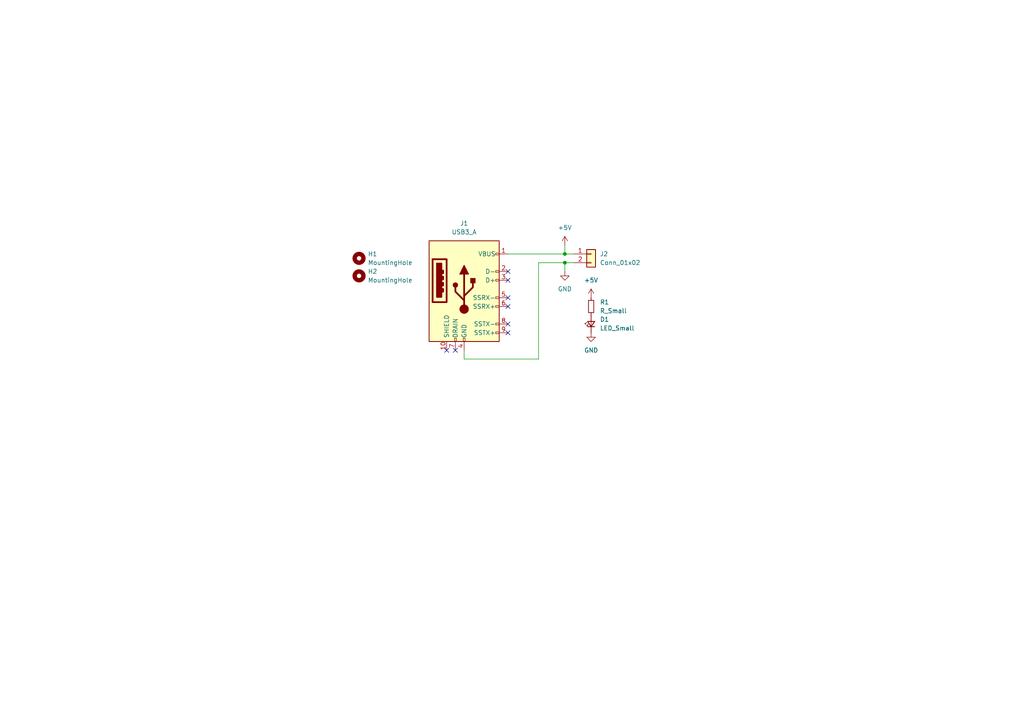
<source format=kicad_sch>
(kicad_sch (version 20230121) (generator eeschema)
  (paper "A4")
  (lib_symbols
    (symbol "Connector:USB3_A" (pin_names (offset 1.016))
      (property "Reference" "J" (at -10.16 15.24 0))
      (property "Value" "USB3_A" (at 10.16 15.24 0))
      (symbol "USB3_A_0_0"
        (rectangle (start -9.144 8.636) (end -5.08 -3.81) (stroke (width 0.508)))
        (rectangle (start -7.874 7.366) (end -6.604 -2.286) (stroke (width 0.508)) (fill (type outline)))
        (rectangle (start -6.35 0) (end -6.096 -0.762) (stroke (width 0.508)))
        (rectangle (start -6.35 1.778) (end -6.096 1.016) (stroke (width 0.508)))
        (rectangle (start -6.35 3.556) (end -6.096 2.794) (stroke (width 0.508)))
        (rectangle (start -6.35 5.334) (end -6.096 4.572) (stroke (width 0.508)))
        (rectangle (start -2.794 -15.24) (end -2.286 -14.224))
        (rectangle (start -0.254 -15.24) (end 0.254 -14.224))
        (rectangle (start 10.16 -12.446) (end 9.144 -12.954))
        (rectangle (start 10.16 -9.906) (end 9.144 -10.414))
        (rectangle (start 10.16 -4.826) (end 9.144 -5.334))
        (rectangle (start 10.16 -2.286) (end 9.144 -2.794))
        (rectangle (start 10.16 2.794) (end 9.144 2.286))
        (rectangle (start 10.16 5.334) (end 9.144 4.826))
        (rectangle (start 10.16 10.414) (end 9.144 9.906))
      )
      (symbol "USB3_A_0_1"
        (rectangle (start -10.16 13.97) (end 10.16 -15.24) (stroke (width 0.254)) (fill (type background)))
      )
      (symbol "USB3_A_1_1"
        (circle (center -2.54 1.143) (radius 0.635) (stroke (width 0.254)) (fill (type outline)))
        (circle (center 0 -5.842) (radius 1.27) (fill (type outline)))
        (polyline (pts (xy 0 -5.842) (xy 0 4.318)) (stroke (width 0.508)))
        (polyline (pts (xy 0 -3.302) (xy -2.54 -0.762) (xy -2.54 0.508)) (stroke (width 0.508)))
        (polyline (pts (xy 0 -2.032) (xy 2.54 0.508) (xy 2.54 1.778)) (stroke (width 0.508)))
        (polyline (pts (xy -1.27 4.318) (xy 0 6.858) (xy 1.27 4.318) (xy -1.27 4.318)) (stroke (width 0.254)) (fill (type outline)))
        (rectangle (start 1.905 1.778) (end 3.175 3.048) (stroke (width 0.254)) (fill (type outline)))
        (pin power_in line (at 12.7 10.16 180) (length 2.54) (name "VBUS") (number "1"))
        (pin passive line (at -5.08 -17.78 90) (length 2.54) (name "SHIELD") (number "10"))
        (pin bidirectional line (at 12.7 5.08 180) (length 2.54) (name "D-") (number "2"))
        (pin bidirectional line (at 12.7 2.54 180) (length 2.54) (name "D+") (number "3"))
        (pin power_in line (at 0 -17.78 90) (length 2.54) (name "GND") (number "4"))
        (pin output line (at 12.7 -2.54 180) (length 2.54) (name "SSRX-") (number "5"))
        (pin output line (at 12.7 -5.08 180) (length 2.54) (name "SSRX+") (number "6"))
        (pin passive line (at -2.54 -17.78 90) (length 2.54) (name "DRAIN") (number "7"))
        (pin input line (at 12.7 -10.16 180) (length 2.54) (name "SSTX-") (number "8"))
        (pin input line (at 12.7 -12.7 180) (length 2.54) (name "SSTX+") (number "9"))
      )
    )
    (symbol "Connector_Generic:Conn_01x02" (pin_names (offset 1.016) hide)
      (property "Reference" "J" (at 0 2.54 0))
      (property "Value" "Conn_01x02" (at 0 -5.08 0))
      (symbol "Conn_01x02_1_1"
        (rectangle (start -1.27 -2.413) (end 0 -2.667) (stroke (width 0.1524)))
        (rectangle (start -1.27 0.127) (end 0 -0.127) (stroke (width 0.1524)))
        (rectangle (start -1.27 1.27) (end 1.27 -3.81) (stroke (width 0.254)) (fill (type background)))
        (pin passive line (at -5.08 0 0) (length 3.81) (name "Pin_1") (number "1"))
        (pin passive line (at -5.08 -2.54 0) (length 3.81) (name "Pin_2") (number "2"))
      )
    )
    (symbol "Device:LED_Small" (pin_numbers hide) (pin_names (offset 0.254) hide)
      (property "Reference" "D" (at -1.27 3.175 0))
      (property "Value" "LED_Small" (at -4.445 -2.54 0))
      (symbol "LED_Small_0_1"
        (polyline (pts (xy -0.762 -1.016) (xy -0.762 1.016)) (stroke (width 0.254)))
        (polyline (pts (xy 1.016 0) (xy -0.762 0)))
        (polyline (pts (xy 0.762 -1.016) (xy -0.762 0) (xy 0.762 1.016) (xy 0.762 -1.016)) (stroke (width 0.254)))
        (polyline (pts (xy 0 0.762) (xy -0.508 1.27) (xy -0.254 1.27) (xy -0.508 1.27) (xy -0.508 1.016)))
        (polyline (pts (xy 0.508 1.27) (xy 0 1.778) (xy 0.254 1.778) (xy 0 1.778) (xy 0 1.524)))
      )
      (symbol "LED_Small_1_1"
        (pin passive line (at -2.54 0 0) (length 1.778) (name "K") (number "1"))
        (pin passive line (at 2.54 0 180) (length 1.778) (name "A") (number "2"))
      )
    )
    (symbol "Device:R_Small" (pin_numbers hide) (pin_names (offset 0.254) hide)
      (property "Reference" "R" (at 0.762 0.508 0))
      (property "Value" "R_Small" (at 0.762 -1.016 0))
      (symbol "R_Small_0_1"
        (rectangle (start -0.762 1.778) (end 0.762 -1.778) (stroke (width 0.2032)))
      )
      (symbol "R_Small_1_1"
        (pin passive line (at 0 2.54 270) (length 0.762) (name "~") (number "1"))
        (pin passive line (at 0 -2.54 90) (length 0.762) (name "~") (number "2"))
      )
    )
    (symbol "Mechanical:MountingHole" (pin_names (offset 1.016))
      (property "Reference" "H" (at 0 5.08 0))
      (property "Value" "MountingHole" (at 0 3.175 0))
      (symbol "MountingHole_0_1"
        (circle (center 0 0) (radius 1.27) (stroke (width 1.27)))
      )
    )
    (symbol "power:+5V" (power) (pin_names (offset 0))
      (property "Value" "+5V" (at 0 3.556 0))
      (symbol "+5V_0_1"
        (polyline (pts (xy -0.762 1.27) (xy 0 2.54)))
        (polyline (pts (xy 0 0) (xy 0 2.54)))
        (polyline (pts (xy 0 2.54) (xy 0.762 1.27)))
      )
      (symbol "+5V_1_1"
        (pin power_in line (at 0 0 90) (length 0) hide (name "+5V") (number "1"))
      )
    )
    (symbol "power:GND" (power) (pin_names (offset 0))
      (property "Value" "GND" (at 0 -3.81 0))
      (symbol "GND_0_1"
        (polyline (pts (xy 0 0) (xy 0 -1.27) (xy 1.27 -1.27) (xy 0 -2.54) (xy -1.27 -1.27) (xy 0 -1.27)))
      )
      (symbol "GND_1_1"
        (pin power_in line (at 0 0 270) (length 0) hide (name "GND") (number "1"))
      )
    )
  )
  (junction (at 163.83 76.2))
  (junction (at 163.83 73.66))
  (no_connect (at 147.32 93.98))
  (no_connect (at 129.54 101.6))
  (no_connect (at 147.32 78.74))
  (no_connect (at 147.32 81.28))
  (no_connect (at 147.32 96.52))
  (no_connect (at 132.08 101.6))
  (no_connect (at 147.32 88.9))
  (no_connect (at 147.32 86.36))
  (wire (pts (xy 166.37 76.2) (xy 163.83 76.2)))
  (wire (pts (xy 156.21 76.2) (xy 163.83 76.2)))
  (wire (pts (xy 163.83 76.2) (xy 163.83 78.74)))
  (wire (pts (xy 163.83 71.12) (xy 163.83 73.66)))
  (wire (pts (xy 134.62 101.6) (xy 134.62 104.14)))
  (wire (pts (xy 134.62 104.14) (xy 156.21 104.14)))
  (wire (pts (xy 156.21 104.14) (xy 156.21 76.2)))
  (wire (pts (xy 147.32 73.66) (xy 163.83 73.66)))
  (wire (pts (xy 163.83 73.66) (xy 166.37 73.66)))
  (symbol (lib_id "Mechanical:MountingHole") (at 104.14 74.93 90) (unit 1)
    (property "Reference" "H1" (at 106.68 73.66 90) (effects (justify right)))
    (property "Value" "MountingHole" (at 106.68 76.2 90) (effects (justify right)))
    (property "Footprint" "MountingHole:MountingHole_3.2mm_M3" (effects hide))
  )
  (symbol (lib_id "Mechanical:MountingHole") (at 104.14 80.01 90) (unit 1)
    (property "Reference" "H2" (at 106.68 78.74 90) (effects (justify right)))
    (property "Value" "MountingHole" (at 106.68 81.28 90) (effects (justify right)))
    (property "Footprint" "MountingHole:MountingHole_3.2mm_M3" (effects hide))
  )
  (symbol (lib_id "power:+5V") (at 171.45 86.36 0) (unit 1)
    (property "Reference" "#PWR04" (effects hide))
    (property "Value" "+5V" (at 171.45 81.28 0))
  )
  (symbol (lib_id "Connector:USB3_A") (at 134.62 83.82 0) (unit 1)
    (property "Reference" "J1" (at 134.62 64.77 0))
    (property "Value" "USB3_A" (at 134.62 67.31 0))
  )
  (symbol (lib_id "power:GND") (at 171.45 96.52 0) (unit 1)
    (property "Reference" "#PWR03" (effects hide))
    (property "Value" "GND" (at 171.45 101.6 0))
  )
  (symbol (lib_id "Device:LED_Small") (at 171.45 93.98 90) (unit 1)
    (property "Reference" "D1" (at 173.99 92.6465 90) (effects (justify right)))
    (property "Value" "LED_Small" (at 173.99 95.1865 90) (effects (justify right)))
    (property "Footprint" "LED_SMD:LED_1206_3216Metric" (effects hide))
  )
  (symbol (lib_id "Device:R_Small") (at 171.45 88.9 0) (unit 1)
    (property "Reference" "R1" (at 173.99 87.63 0) (effects (justify left)))
    (property "Value" "R_Small" (at 173.99 90.17 0) (effects (justify left)))
    (property "Footprint" "Resistor_SMD:R_1206_3216Metric" (effects hide))
  )
  (symbol (lib_id "Connector_Generic:Conn_01x02") (at 171.45 73.66 0) (unit 1)
    (property "Reference" "J2" (at 173.99 73.66 0) (effects (justify left)))
    (property "Value" "Conn_01x02" (at 173.99 76.2 0) (effects (justify left)))
    (property "Footprint" "Connector_Molex:Molex_KK-396_5273-02A_1x02_P3.96mm_Vertical" (effects hide))
  )
  (symbol (lib_id "power:+5V") (at 163.83 71.12 0) (unit 1)
    (property "Reference" "#PWR01" (effects hide))
    (property "Value" "+5V" (at 163.83 66.04 0))
  )
  (symbol (lib_id "power:GND") (at 163.83 78.74 0) (unit 1)
    (property "Reference" "#PWR02" (effects hide))
    (property "Value" "GND" (at 163.83 83.82 0))
  )
)
</source>
